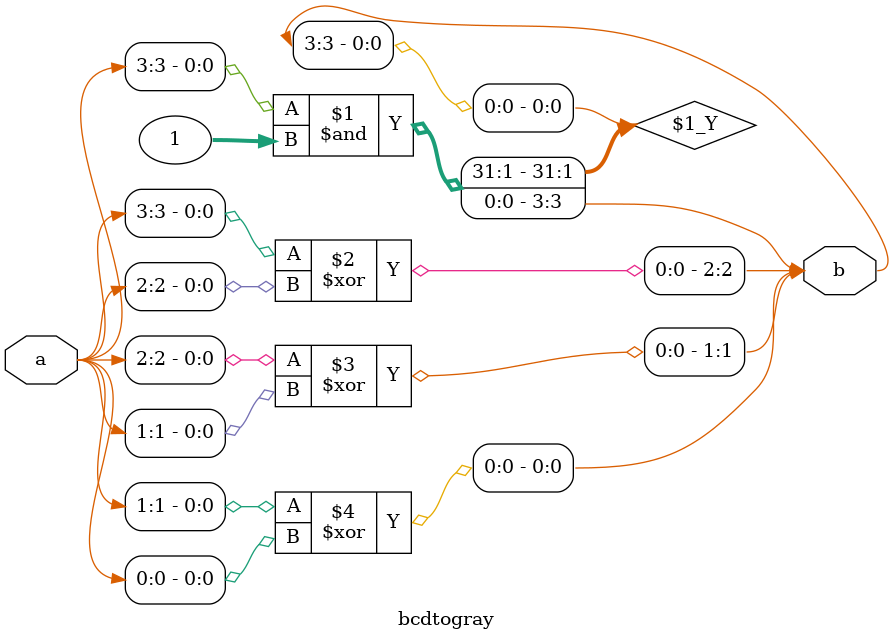
<source format=v>
module bcdtogray (a, b);
	input [3:0]a;
	output [3:0]b;
	
	and a1(b[3], a[3], 1);
	xor x1(b[2], a[3], a[2]);
	xor x2(b[1], a[2], a[1]);
	xor x3(b[0], a[1], a[0]);
endmodule
</source>
